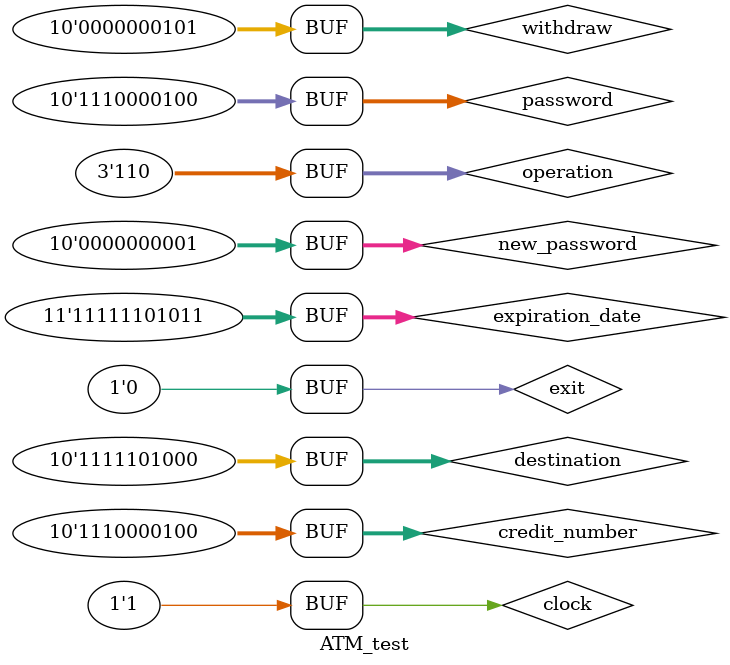
<source format=v>
/*
Armin Mazloumi :)

Project Extra options:
    1. checking card's expiration date
    2. checking password
    3. changing password
    4. recieving account report
    5. banning account for entering 3 wrong password
    6. unban service

Operations:
    1. show balance
    2. withdraw money
    3. tranfer money
    4. account report
    5. change password
    6. unban account

State:
    0. Main Menu
    7. Waiting for cards
*/

`define current_date 11'd2022 // 2022 is 11 bits in binary
`define minimum_balance 10'd100
`define unban_cost 10'd100

module ATM_test();
    reg clock;
    reg [9:0] credit_number, destination, withdraw, password, new_password;
    reg [10:0] expiration_date;
    reg [2:0] operation;
    reg exit;
    wire card_declined;

    ATM ATM(clock, credit_number, destination, withdraw, expiration_date, password, new_password, operation, exit, card_declined);

    initial begin
        clock = 1;

        // entering destination card before source (operation isn't allowed)
        #10
        destination = 10'd100;
        expiration_date = 11'd2024;
        operation = 3'b001;
        clock = ~clock;
        clock = ~clock;

        // entering an expired card
        #10
        credit_number = 10'd500;
        expiration_date = 11'd2020;
        operation = 3'b001;
        clock = ~clock;
        clock = ~clock;

        // providing wrong password
        #10
        password = 10'd501;
        expiration_date = 11'd2023;
        operation = 3'b001;
        clock = ~clock;
        clock = ~clock;

        // correcting the password
        #10
        password = 10'd500;
        clock = ~clock;
        clock = ~clock;

        // entering source card (correct info)
        #10
        credit_number = 10'd500;
        password = 10'd500;
        expiration_date = 11'd2023;

        // balance before entering destination card
        #10
        operation = 3'b001;
        clock = ~clock;
        clock = ~clock;

        // withdrawing before entering destination card
        #10
        withdraw = 10'd100;
        operation = 3'b010;
        clock = ~clock;
        clock = ~clock;

        // balance again
        #10
        operation = 3'b001;
        clock = ~clock;
        clock = ~clock;

        // withdrawing when got no money (no operation)
        #10
        withdraw = 10'd1;
        operation = 3'b010;
        clock = ~clock;
        clock = ~clock;

        // sending money when destination card isn't entered | is incorrect (no operation)
        #10
        destination = 3'b101;
        operation = 3'b011;
        clock = ~clock;
        clock = ~clock;

        // entering destination card (correct info)
        #10
        destination = 10'd1000;
        expiration_date = 11'd2023;

        // transfering more money than got
        #10
        withdraw = 10'd1;
        operation = 3'b011;
        clock = ~clock;
        clock = ~clock;

        // transfering money
        #10
        credit_number = 10'd400;
        expiration_date = 11'd2026;
        password = 10'd400;
        withdraw = 10'd90;
        operation = 3'b011;
        clock = ~clock;
        clock = ~clock;
        
        // entering new card
        #10
        credit_number = 10'd1000;
        expiration_date = 11'd2025;
        password = 10'd1000;
        operation = 3'b001;
        clock = ~clock;
        clock = ~clock;

        // withdrawing
        #10
        withdraw = 10'd15;
        operation = 3'b010;
        clock = ~clock;
        clock = ~clock;

        // receive account report
        #10
        operation = 3'b100;
        clock = ~clock;
        clock = ~clock;
        
        // changing password
        #10
        password = 10'd1000;
        new_password = 10'd1;
        operation = 3'b101;
        clock = ~clock;
        clock = ~clock;

        // entering old password (wrong password, no operation)
        #10
        withdraw = 10'd5;
        password = 10'd1000;
        operation = 3'b010;
        clock = ~clock;
        clock = ~clock;
        
        // entering new password (changed password, correct operation)
        #10
        password = 10'd1;
        operation = 3'b010;
        clock = ~clock;
        clock = ~clock;

        // exiting
        #10
        exit = 1;

        // no operation in exit mode
        #10
        password = 10'd1;
        operation = 3'b001;
        clock = ~clock;
        clock = ~clock;
        
        // back to functioning
        #10
        exit = 0;
        password = 10'd1;
        operation = 3'b001;
        clock = ~clock;
        clock = ~clock;

        // banning account for entering 3 wrong password & not operating until it pays unban cost
        #10
        credit_number = 10'd900;
        expiration_date = 11'd2027;
        password = 10'd901;
        operation = 3'b001;
        clock = ~clock;
        clock = ~clock;
        #10
        password = 10'd902;
        clock = ~clock;
        clock = ~clock;
        #10
        password = 10'd903;
        clock = ~clock;
        clock = ~clock;
        #10
        password = 10'd900;
        operation = 3'b010;
        clock = ~clock;
        clock = ~clock;
        #10
        password = 10'd900;
        operation = 3'b011;
        clock = ~clock;
        clock = ~clock;
        #10
        password = 10'd900;
        operation = 3'b110;
        clock = ~clock;
        clock = ~clock;
        #10
        password = 10'd900;
        operation = 3'b001;
        clock = ~clock;
        clock = ~clock;

        // staying banned when the account doesn't have enough money
        #10
        password = 10'd901;
        clock = ~clock;
        clock = ~clock;
        #10
        password = 10'd902;
        clock = ~clock;
        clock = ~clock;
        #10
        password = 10'd903;
        clock = ~clock;
        clock = ~clock;
        #10
        password = 10'd900;
        operation = 3'b110;
        clock = ~clock;
        clock = ~clock;
    end
endmodule
</source>
